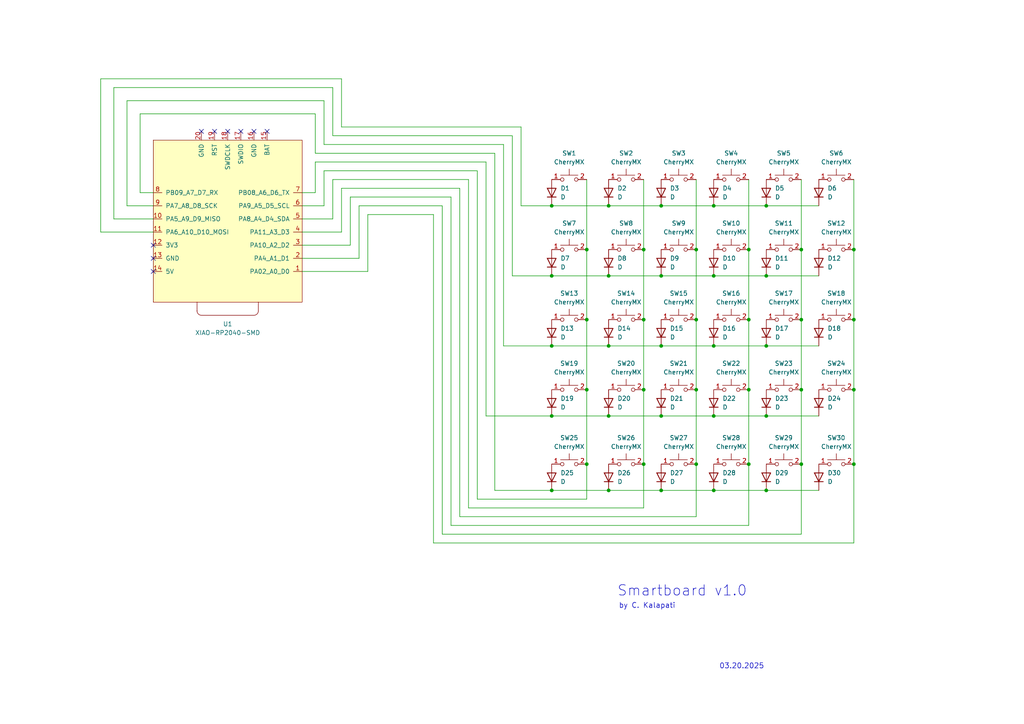
<source format=kicad_sch>
(kicad_sch (version 20231120) (generator "eeschema") (generator_version "8.0")
  (paper "A4")
  (lib_symbols
    (symbol "CherryMX:CherryMX" (pin_names (offset 0.254))
      (property "Reference" "SW" (at 2.54 3.175 0))
      (property "Value" "CherryMX" (at 0 -1.905 0))
      (symbol "CherryMX_1_1"
        (circle (center -2.032 0) (radius 0.508))
        (polyline (pts (xy 0 1.27) (xy 0 3.048)))
        (polyline (pts (xy 2.54 1.27) (xy -2.54 1.27)))
        (circle (center 2.032 0) (radius 0.508))
        (pin passive line (at -5.08 0 0) (length 2.54) (name "~") (number "1"))
        (pin passive line (at 5.08 0 180) (length 2.54) (name "~") (number "2"))
      )
    )
    (symbol "Device:D" (pin_numbers hide) (pin_names (offset 1.016) hide)
      (property "Reference" "D" (at 0 2.54 0))
      (property "Value" "D" (at 0 -2.54 0))
      (symbol "D_0_1"
        (polyline (pts (xy -1.27 1.27) (xy -1.27 -1.27)) (stroke (width 0.254)))
        (polyline (pts (xy 1.27 0) (xy -1.27 0)))
        (polyline (pts (xy 1.27 1.27) (xy 1.27 -1.27) (xy -1.27 0) (xy 1.27 1.27)) (stroke (width 0.254)))
      )
      (symbol "D_1_1"
        (pin passive line (at -3.81 0 0) (length 2.54) (name "K") (number "1"))
        (pin passive line (at 3.81 0 180) (length 2.54) (name "A") (number "2"))
      )
    )
    (symbol "Seeed Studio nRF52840:XIAO-RP2040-SMD" (pin_names (offset 1.016))
      (property "Reference" "U" (at -21.082 22.098 0))
      (property "Value" "XIAO-RP2040-SMD" (at -12.192 -35.306 0))
      (symbol "XIAO-RP2040-SMD_1_1"
        (rectangle (start -21.59 20.32) (end 21.59 -26.67) (fill (type background)))
        (arc (start -7.62 24.13) (mid -8.518 23.758) (end -8.89 22.86))
        (polyline (pts (xy -8.89 22.86) (xy -8.89 20.32)))
        (polyline (pts (xy -7.62 24.13) (xy 7.62 24.13)))
        (polyline (pts (xy 8.89 22.86) (xy 8.89 20.32)))
        (arc (start 7.62 24.13) (mid 7.62 24.13) (end 7.62 24.13))
        (arc (start 8.89 22.86) (mid 8.518 23.758) (end 7.62 24.13))
        (arc (start 8.89 22.86) (mid 8.89 22.86) (end 8.89 22.86))
        (pin passive line (at -21.59 11.43 0) (length 2.54) (name "PA02_A0_D0") (number "1"))
        (pin passive line (at 21.59 -3.81 180) (length 2.54) (name "PA5_A9_D9_MISO") (number "10"))
        (pin passive line (at 21.59 0 180) (length 2.54) (name "PA6_A10_D10_MOSI") (number "11"))
        (pin passive line (at 21.59 3.81 180) (length 2.54) (name "3V3") (number "12"))
        (pin passive line (at 21.59 7.62 180) (length 2.54) (name "GND") (number "13"))
        (pin passive line (at 21.59 11.43 180) (length 2.54) (name "5V") (number "14"))
        (pin passive line (at -11.43 -29.21 90) (length 2.54) (name "BAT") (number "15"))
        (pin passive line (at -7.62 -29.21 90) (length 2.54) (name "GND") (number "16"))
        (pin passive line (at -3.81 -29.21 90) (length 2.54) (name "SWDIO") (number "17"))
        (pin passive line (at 0 -29.21 90) (length 2.54) (name "SWDCLK") (number "18"))
        (pin passive line (at 3.81 -29.21 90) (length 2.54) (name "RST") (number "19"))
        (pin passive line (at -21.59 7.62 0) (length 2.54) (name "PA4_A1_D1") (number "2"))
        (pin passive line (at 7.62 -29.21 90) (length 2.54) (name "GND") (number "20"))
        (pin passive line (at -21.59 3.81 0) (length 2.54) (name "PA10_A2_D2") (number "3"))
        (pin passive line (at -21.59 0 0) (length 2.54) (name "PA11_A3_D3") (number "4"))
        (pin passive line (at -21.59 -3.81 0) (length 2.54) (name "PA8_A4_D4_SDA") (number "5"))
        (pin passive line (at -21.59 -7.62 0) (length 2.54) (name "PA9_A5_D5_SCL") (number "6"))
        (pin passive line (at -21.59 -11.43 0) (length 2.54) (name "PB08_A6_D6_TX") (number "7"))
        (pin passive line (at 21.59 -11.43 180) (length 2.54) (name "PB09_A7_D7_RX") (number "8"))
        (pin passive line (at 21.59 -7.62 180) (length 2.54) (name "PA7_A8_D8_SCK") (number "9"))
      )
    )
  )
  (junction (at 160.02 120.65))
  (junction (at 201.93 134.62))
  (junction (at 207.01 100.33))
  (junction (at 160.02 80.01))
  (junction (at 186.69 72.39))
  (junction (at 191.77 120.65))
  (junction (at 232.41 134.62))
  (junction (at 176.53 100.33))
  (junction (at 191.77 80.01))
  (junction (at 232.41 72.39))
  (junction (at 247.65 113.03))
  (junction (at 160.02 59.69))
  (junction (at 232.41 92.71))
  (junction (at 222.25 142.24))
  (junction (at 170.18 134.62))
  (junction (at 201.93 113.03))
  (junction (at 170.18 92.71))
  (junction (at 176.53 120.65))
  (junction (at 186.69 134.62))
  (junction (at 176.53 59.69))
  (junction (at 222.25 100.33))
  (junction (at 217.17 134.62))
  (junction (at 186.69 113.03))
  (junction (at 217.17 72.39))
  (junction (at 186.69 92.71))
  (junction (at 170.18 113.03))
  (junction (at 207.01 80.01))
  (junction (at 170.18 72.39))
  (junction (at 207.01 59.69))
  (junction (at 222.25 120.65))
  (junction (at 222.25 59.69))
  (junction (at 160.02 100.33))
  (junction (at 201.93 92.71))
  (junction (at 191.77 59.69))
  (junction (at 201.93 72.39))
  (junction (at 191.77 100.33))
  (junction (at 247.65 92.71))
  (junction (at 247.65 72.39))
  (junction (at 217.17 92.71))
  (junction (at 232.41 113.03))
  (junction (at 191.77 142.24))
  (junction (at 176.53 142.24))
  (junction (at 160.02 142.24))
  (junction (at 176.53 80.01))
  (junction (at 247.65 134.62))
  (junction (at 217.17 113.03))
  (junction (at 222.25 80.01))
  (junction (at 207.01 120.65))
  (junction (at 207.01 142.24))
  (no_connect (at 44.45 74.93))
  (no_connect (at 44.45 78.74))
  (no_connect (at 62.23 38.1))
  (no_connect (at 44.45 71.12))
  (no_connect (at 69.85 38.1))
  (no_connect (at 77.47 38.1))
  (no_connect (at 73.66 38.1))
  (no_connect (at 66.04 38.1))
  (no_connect (at 58.42 38.1))
  (wire (pts (xy 99.06 54.61) (xy 133.35 54.61)))
  (wire (pts (xy 170.18 134.62) (xy 170.18 144.78)))
  (wire (pts (xy 130.81 152.4) (xy 130.81 57.15)))
  (wire (pts (xy 217.17 72.39) (xy 217.17 92.71)))
  (wire (pts (xy 44.45 59.69) (xy 36.83 59.69)))
  (wire (pts (xy 36.83 29.21) (xy 93.98 29.21)))
  (wire (pts (xy 222.25 59.69) (xy 237.49 59.69)))
  (wire (pts (xy 87.63 67.31) (xy 99.06 67.31)))
  (wire (pts (xy 104.14 74.93) (xy 104.14 59.69)))
  (wire (pts (xy 91.44 46.99) (xy 140.97 46.99)))
  (wire (pts (xy 87.63 59.69) (xy 93.98 59.69)))
  (wire (pts (xy 247.65 72.39) (xy 247.65 92.71)))
  (wire (pts (xy 146.05 100.33) (xy 146.05 41.91)))
  (wire (pts (xy 191.77 59.69) (xy 207.01 59.69)))
  (wire (pts (xy 186.69 113.03) (xy 186.69 134.62)))
  (wire (pts (xy 96.52 52.07) (xy 135.89 52.07)))
  (wire (pts (xy 222.25 142.24) (xy 237.49 142.24)))
  (wire (pts (xy 29.21 22.86) (xy 99.06 22.86)))
  (wire (pts (xy 232.41 72.39) (xy 232.41 92.71)))
  (wire (pts (xy 151.13 59.69) (xy 160.02 59.69)))
  (wire (pts (xy 33.02 63.5) (xy 44.45 63.5)))
  (wire (pts (xy 133.35 149.86) (xy 201.93 149.86)))
  (wire (pts (xy 201.93 92.71) (xy 201.93 113.03)))
  (wire (pts (xy 91.44 46.99) (xy 91.44 55.88)))
  (wire (pts (xy 217.17 52.07) (xy 217.17 72.39)))
  (wire (pts (xy 232.41 154.94) (xy 232.41 134.62)))
  (wire (pts (xy 160.02 142.24) (xy 176.53 142.24)))
  (wire (pts (xy 217.17 92.71) (xy 217.17 113.03)))
  (wire (pts (xy 201.93 72.39) (xy 201.93 92.71)))
  (wire (pts (xy 160.02 100.33) (xy 176.53 100.33)))
  (wire (pts (xy 101.6 57.15) (xy 101.6 71.12)))
  (wire (pts (xy 128.27 59.69) (xy 128.27 154.94)))
  (wire (pts (xy 160.02 120.65) (xy 176.53 120.65)))
  (wire (pts (xy 217.17 113.03) (xy 217.17 134.62)))
  (wire (pts (xy 176.53 80.01) (xy 191.77 80.01)))
  (wire (pts (xy 160.02 120.65) (xy 140.97 120.65)))
  (wire (pts (xy 36.83 59.69) (xy 36.83 29.21)))
  (wire (pts (xy 125.73 157.48) (xy 125.73 62.23)))
  (wire (pts (xy 222.25 100.33) (xy 237.49 100.33)))
  (wire (pts (xy 247.65 113.03) (xy 247.65 134.62)))
  (wire (pts (xy 176.53 100.33) (xy 191.77 100.33)))
  (wire (pts (xy 133.35 54.61) (xy 133.35 149.86)))
  (wire (pts (xy 170.18 113.03) (xy 170.18 134.62)))
  (wire (pts (xy 186.69 134.62) (xy 186.69 147.32)))
  (wire (pts (xy 160.02 80.01) (xy 176.53 80.01)))
  (wire (pts (xy 201.93 52.07) (xy 201.93 72.39)))
  (wire (pts (xy 207.01 59.69) (xy 222.25 59.69)))
  (wire (pts (xy 93.98 59.69) (xy 93.98 49.53)))
  (wire (pts (xy 138.43 49.53) (xy 138.43 144.78)))
  (wire (pts (xy 91.44 44.45) (xy 91.44 33.02)))
  (wire (pts (xy 143.51 142.24) (xy 160.02 142.24)))
  (wire (pts (xy 148.59 39.37) (xy 148.59 80.01)))
  (wire (pts (xy 40.64 33.02) (xy 40.64 55.88)))
  (wire (pts (xy 96.52 39.37) (xy 148.59 39.37)))
  (wire (pts (xy 222.25 120.65) (xy 237.49 120.65)))
  (wire (pts (xy 176.53 142.24) (xy 191.77 142.24)))
  (wire (pts (xy 106.68 62.23) (xy 106.68 78.74)))
  (wire (pts (xy 140.97 120.65) (xy 140.97 46.99)))
  (wire (pts (xy 191.77 80.01) (xy 207.01 80.01)))
  (wire (pts (xy 99.06 67.31) (xy 99.06 54.61)))
  (wire (pts (xy 101.6 71.12) (xy 87.63 71.12)))
  (wire (pts (xy 186.69 92.71) (xy 186.69 113.03)))
  (wire (pts (xy 186.69 72.39) (xy 186.69 92.71)))
  (wire (pts (xy 201.93 113.03) (xy 201.93 134.62)))
  (wire (pts (xy 247.65 157.48) (xy 125.73 157.48)))
  (wire (pts (xy 247.65 52.07) (xy 247.65 72.39)))
  (wire (pts (xy 143.51 44.45) (xy 143.51 142.24)))
  (wire (pts (xy 186.69 52.07) (xy 186.69 72.39)))
  (wire (pts (xy 170.18 72.39) (xy 170.18 92.71)))
  (wire (pts (xy 160.02 59.69) (xy 176.53 59.69)))
  (wire (pts (xy 186.69 147.32) (xy 135.89 147.32)))
  (wire (pts (xy 170.18 52.07) (xy 170.18 72.39)))
  (wire (pts (xy 106.68 78.74) (xy 87.63 78.74)))
  (wire (pts (xy 138.43 144.78) (xy 170.18 144.78)))
  (wire (pts (xy 217.17 134.62) (xy 217.17 152.4)))
  (wire (pts (xy 93.98 41.91) (xy 146.05 41.91)))
  (wire (pts (xy 217.17 152.4) (xy 130.81 152.4)))
  (wire (pts (xy 106.68 62.23) (xy 125.73 62.23)))
  (wire (pts (xy 44.45 67.31) (xy 29.21 67.31)))
  (wire (pts (xy 191.77 100.33) (xy 207.01 100.33)))
  (wire (pts (xy 93.98 29.21) (xy 93.98 41.91)))
  (wire (pts (xy 146.05 100.33) (xy 160.02 100.33)))
  (wire (pts (xy 148.59 80.01) (xy 160.02 80.01)))
  (wire (pts (xy 201.93 134.62) (xy 201.93 149.86)))
  (wire (pts (xy 207.01 80.01) (xy 222.25 80.01)))
  (wire (pts (xy 191.77 120.65) (xy 207.01 120.65)))
  (wire (pts (xy 135.89 147.32) (xy 135.89 52.07)))
  (wire (pts (xy 96.52 52.07) (xy 96.52 63.5)))
  (wire (pts (xy 191.77 142.24) (xy 207.01 142.24)))
  (wire (pts (xy 96.52 39.37) (xy 96.52 25.4)))
  (wire (pts (xy 207.01 100.33) (xy 222.25 100.33)))
  (wire (pts (xy 104.14 59.69) (xy 128.27 59.69)))
  (wire (pts (xy 176.53 59.69) (xy 191.77 59.69)))
  (wire (pts (xy 151.13 59.69) (xy 151.13 36.83)))
  (wire (pts (xy 247.65 134.62) (xy 247.65 157.48)))
  (wire (pts (xy 247.65 92.71) (xy 247.65 113.03)))
  (wire (pts (xy 33.02 25.4) (xy 33.02 63.5)))
  (wire (pts (xy 99.06 36.83) (xy 151.13 36.83)))
  (wire (pts (xy 232.41 92.71) (xy 232.41 113.03)))
  (wire (pts (xy 40.64 55.88) (xy 44.45 55.88)))
  (wire (pts (xy 87.63 74.93) (xy 104.14 74.93)))
  (wire (pts (xy 232.41 113.03) (xy 232.41 134.62)))
  (wire (pts (xy 176.53 120.65) (xy 191.77 120.65)))
  (wire (pts (xy 91.44 33.02) (xy 40.64 33.02)))
  (wire (pts (xy 170.18 92.71) (xy 170.18 113.03)))
  (wire (pts (xy 93.98 49.53) (xy 138.43 49.53)))
  (wire (pts (xy 29.21 67.31) (xy 29.21 22.86)))
  (wire (pts (xy 96.52 63.5) (xy 87.63 63.5)))
  (wire (pts (xy 96.52 25.4) (xy 33.02 25.4)))
  (wire (pts (xy 207.01 142.24) (xy 222.25 142.24)))
  (wire (pts (xy 91.44 55.88) (xy 87.63 55.88)))
  (wire (pts (xy 128.27 154.94) (xy 232.41 154.94)))
  (wire (pts (xy 207.01 120.65) (xy 222.25 120.65)))
  (wire (pts (xy 222.25 80.01) (xy 237.49 80.01)))
  (wire (pts (xy 232.41 52.07) (xy 232.41 72.39)))
  (wire (pts (xy 101.6 57.15) (xy 130.81 57.15)))
  (wire (pts (xy 99.06 22.86) (xy 99.06 36.83)))
  (wire (pts (xy 91.44 44.45) (xy 143.51 44.45)))
  (text "03.20.2025\n" (at 215.138 193.294 0) (effects (font (size 1.5 1.5))))
  (text "Smartboard v1.0" (at 197.866 171.45 0) (effects (font (size 3 3))))
  (text "by C. Kalapati" (at 187.706 175.768 0) (effects (font (size 1.5 1.5))))
  (symbol (lib_id "Device:D") (at 237.49 55.88 90) (unit 1)
    (property "Reference" "D6" (at 240.03 54.6099 90) (effects (justify right)))
    (property "Value" "D" (at 240.03 57.1499 90) (effects (justify right)))
    (property "Footprint" "Diode_SMD:D_0805_2012Metric" (effects (hide yes)))
    (property "Description" "Diode" (effects (hide yes)))
    (property "Sim.Device" "D" (effects (hide yes)))
    (property "Sim.Pins" "1=K 2=A" (effects (hide yes)))
  )
  (symbol (lib_id "CherryMX:CherryMX") (at 196.85 113.03 0) (unit 1)
    (property "Reference" "SW21" (at 196.85 105.41 0))
    (property "Value" "CherryMX" (at 196.85 107.95 0))
    (property "Footprint" "CherryMX:CherryMX_1.00u" (effects (hide yes)))
  )
  (symbol (lib_id "Device:D") (at 191.77 76.2 90) (unit 1)
    (property "Reference" "D9" (at 194.31 74.9299 90) (effects (justify right)))
    (property "Value" "D" (at 194.31 77.4699 90) (effects (justify right)))
    (property "Footprint" "Diode_SMD:D_0805_2012Metric" (effects (hide yes)))
    (property "Description" "Diode" (effects (hide yes)))
    (property "Sim.Device" "D" (effects (hide yes)))
    (property "Sim.Pins" "1=K 2=A" (effects (hide yes)))
  )
  (symbol (lib_id "CherryMX:CherryMX") (at 242.57 113.03 0) (unit 1)
    (property "Reference" "SW24" (at 242.57 105.41 0))
    (property "Value" "CherryMX" (at 242.57 107.95 0))
    (property "Footprint" "CherryMX:CherryMX_1.00u" (effects (hide yes)))
  )
  (symbol (lib_id "CherryMX:CherryMX") (at 165.1 92.71 0) (unit 1)
    (property "Reference" "SW13" (at 165.1 85.09 0))
    (property "Value" "CherryMX" (at 165.1 87.63 0))
    (property "Footprint" "CherryMX:CherryMX_1.00u" (effects (hide yes)))
  )
  (symbol (lib_id "Device:D") (at 222.25 76.2 90) (unit 1)
    (property "Reference" "D11" (at 224.79 74.9299 90) (effects (justify right)))
    (property "Value" "D" (at 224.79 77.4699 90) (effects (justify right)))
    (property "Footprint" "Diode_SMD:D_0805_2012Metric" (effects (hide yes)))
    (property "Description" "Diode" (effects (hide yes)))
    (property "Sim.Device" "D" (effects (hide yes)))
    (property "Sim.Pins" "1=K 2=A" (effects (hide yes)))
  )
  (symbol (lib_id "Device:D") (at 237.49 96.52 90) (unit 1)
    (property "Reference" "D18" (at 240.03 95.2499 90) (effects (justify right)))
    (property "Value" "D" (at 240.03 97.7899 90) (effects (justify right)))
    (property "Footprint" "Diode_SMD:D_0805_2012Metric" (effects (hide yes)))
    (property "Description" "Diode" (effects (hide yes)))
    (property "Sim.Device" "D" (effects (hide yes)))
    (property "Sim.Pins" "1=K 2=A" (effects (hide yes)))
  )
  (symbol (lib_id "CherryMX:CherryMX") (at 165.1 52.07 0) (unit 1)
    (property "Reference" "SW1" (at 165.1 44.45 0))
    (property "Value" "CherryMX" (at 165.1 46.99 0))
    (property "Footprint" "CherryMX:CherryMX_1.00u" (effects (hide yes)))
  )
  (symbol (lib_id "Device:D") (at 176.53 96.52 90) (unit 1)
    (property "Reference" "D14" (at 179.07 95.2499 90) (effects (justify right)))
    (property "Value" "D" (at 179.07 97.7899 90) (effects (justify right)))
    (property "Footprint" "Diode_SMD:D_0805_2012Metric" (effects (hide yes)))
    (property "Description" "Diode" (effects (hide yes)))
    (property "Sim.Device" "D" (effects (hide yes)))
    (property "Sim.Pins" "1=K 2=A" (effects (hide yes)))
  )
  (symbol (lib_id "Device:D") (at 191.77 96.52 90) (unit 1)
    (property "Reference" "D15" (at 194.31 95.2499 90) (effects (justify right)))
    (property "Value" "D" (at 194.31 97.7899 90) (effects (justify right)))
    (property "Footprint" "Diode_SMD:D_0805_2012Metric" (effects (hide yes)))
    (property "Description" "Diode" (effects (hide yes)))
    (property "Sim.Device" "D" (effects (hide yes)))
    (property "Sim.Pins" "1=K 2=A" (effects (hide yes)))
  )
  (symbol (lib_id "Seeed Studio nRF52840:XIAO-RP2040-SMD") (at 66.04 67.31 180) (unit 1)
    (property "Reference" "U1" (at 66.04 93.98 0))
    (property "Value" "XIAO-RP2040-SMD" (at 66.04 96.52 0))
    (property "Footprint" "Seeed Studio:XIAO-nRF52840-SMD" (effects (hide yes)))
  )
  (symbol (lib_id "CherryMX:CherryMX") (at 212.09 134.62 0) (unit 1)
    (property "Reference" "SW28" (at 212.09 127 0))
    (property "Value" "CherryMX" (at 212.09 129.54 0))
    (property "Footprint" "CherryMX:CherryMX_1.00u" (effects (hide yes)))
  )
  (symbol (lib_id "CherryMX:CherryMX") (at 181.61 113.03 0) (unit 1)
    (property "Reference" "SW20" (at 181.61 105.41 0))
    (property "Value" "CherryMX" (at 181.61 107.95 0))
    (property "Footprint" "CherryMX:CherryMX_1.00u" (effects (hide yes)))
  )
  (symbol (lib_id "CherryMX:CherryMX") (at 181.61 92.71 0) (unit 1)
    (property "Reference" "SW14" (at 181.61 85.09 0))
    (property "Value" "CherryMX" (at 181.61 87.63 0))
    (property "Footprint" "CherryMX:CherryMX_1.00u" (effects (hide yes)))
  )
  (symbol (lib_id "CherryMX:CherryMX") (at 196.85 92.71 0) (unit 1)
    (property "Reference" "SW15" (at 196.85 85.09 0))
    (property "Value" "CherryMX" (at 196.85 87.63 0))
    (property "Footprint" "CherryMX:CherryMX_1.00u" (effects (hide yes)))
  )
  (symbol (lib_id "CherryMX:CherryMX") (at 212.09 72.39 0) (unit 1)
    (property "Reference" "SW10" (at 212.09 64.77 0))
    (property "Value" "CherryMX" (at 212.09 67.31 0))
    (property "Footprint" "CherryMX:CherryMX_1.00u" (effects (hide yes)))
  )
  (symbol (lib_id "CherryMX:CherryMX") (at 227.33 52.07 0) (unit 1)
    (property "Reference" "SW5" (at 227.33 44.45 0))
    (property "Value" "CherryMX" (at 227.33 46.99 0))
    (property "Footprint" "CherryMX:CherryMX_1.00u" (effects (hide yes)))
  )
  (symbol (lib_id "CherryMX:CherryMX") (at 165.1 72.39 0) (unit 1)
    (property "Reference" "SW7" (at 165.1 64.77 0))
    (property "Value" "CherryMX" (at 165.1 67.31 0))
    (property "Footprint" "CherryMX:CherryMX_1.00u" (effects (hide yes)))
  )
  (symbol (lib_id "CherryMX:CherryMX") (at 227.33 92.71 0) (unit 1)
    (property "Reference" "SW17" (at 227.33 85.09 0))
    (property "Value" "CherryMX" (at 227.33 87.63 0))
    (property "Footprint" "CherryMX:CherryMX_1.00u" (effects (hide yes)))
  )
  (symbol (lib_id "CherryMX:CherryMX") (at 242.57 72.39 0) (unit 1)
    (property "Reference" "SW12" (at 242.57 64.77 0))
    (property "Value" "CherryMX" (at 242.57 67.31 0))
    (property "Footprint" "CherryMX:CherryMX_1.00u" (effects (hide yes)))
  )
  (symbol (lib_id "Device:D") (at 176.53 55.88 90) (unit 1)
    (property "Reference" "D2" (at 179.07 54.6099 90) (effects (justify right)))
    (property "Value" "D" (at 179.07 57.1499 90) (effects (justify right)))
    (property "Footprint" "Diode_SMD:D_0805_2012Metric" (effects (hide yes)))
    (property "Description" "Diode" (effects (hide yes)))
    (property "Sim.Device" "D" (effects (hide yes)))
    (property "Sim.Pins" "1=K 2=A" (effects (hide yes)))
  )
  (symbol (lib_id "CherryMX:CherryMX") (at 242.57 52.07 0) (unit 1)
    (property "Reference" "SW6" (at 242.57 44.45 0))
    (property "Value" "CherryMX" (at 242.57 46.99 0))
    (property "Footprint" "CherryMX:CherryMX_1.00u" (effects (hide yes)))
  )
  (symbol (lib_id "Device:D") (at 237.49 138.43 90) (unit 1)
    (property "Reference" "D30" (at 240.03 137.1599 90) (effects (justify right)))
    (property "Value" "D" (at 240.03 139.6999 90) (effects (justify right)))
    (property "Footprint" "Diode_SMD:D_0805_2012Metric" (effects (hide yes)))
    (property "Description" "Diode" (effects (hide yes)))
    (property "Sim.Device" "D" (effects (hide yes)))
    (property "Sim.Pins" "1=K 2=A" (effects (hide yes)))
  )
  (symbol (lib_id "Device:D") (at 222.25 55.88 90) (unit 1)
    (property "Reference" "D5" (at 224.79 54.6099 90) (effects (justify right)))
    (property "Value" "D" (at 224.79 57.1499 90) (effects (justify right)))
    (property "Footprint" "Diode_SMD:D_0805_2012Metric" (effects (hide yes)))
    (property "Description" "Diode" (effects (hide yes)))
    (property "Sim.Device" "D" (effects (hide yes)))
    (property "Sim.Pins" "1=K 2=A" (effects (hide yes)))
  )
  (symbol (lib_id "CherryMX:CherryMX") (at 181.61 134.62 0) (unit 1)
    (property "Reference" "SW26" (at 181.61 127 0))
    (property "Value" "CherryMX" (at 181.61 129.54 0))
    (property "Footprint" "CherryMX:CherryMX_1.00u" (effects (hide yes)))
  )
  (symbol (lib_id "Device:D") (at 207.01 116.84 90) (unit 1)
    (property "Reference" "D22" (at 209.55 115.5699 90) (effects (justify right)))
    (property "Value" "D" (at 209.55 118.1099 90) (effects (justify right)))
    (property "Footprint" "Diode_SMD:D_0805_2012Metric" (effects (hide yes)))
    (property "Description" "Diode" (effects (hide yes)))
    (property "Sim.Device" "D" (effects (hide yes)))
    (property "Sim.Pins" "1=K 2=A" (effects (hide yes)))
  )
  (symbol (lib_id "Device:D") (at 191.77 138.43 90) (unit 1)
    (property "Reference" "D27" (at 194.31 137.1599 90) (effects (justify right)))
    (property "Value" "D" (at 194.31 139.6999 90) (effects (justify right)))
    (property "Footprint" "Diode_SMD:D_0805_2012Metric" (effects (hide yes)))
    (property "Description" "Diode" (effects (hide yes)))
    (property "Sim.Device" "D" (effects (hide yes)))
    (property "Sim.Pins" "1=K 2=A" (effects (hide yes)))
  )
  (symbol (lib_id "Device:D") (at 176.53 138.43 90) (unit 1)
    (property "Reference" "D26" (at 179.07 137.1599 90) (effects (justify right)))
    (property "Value" "D" (at 179.07 139.6999 90) (effects (justify right)))
    (property "Footprint" "Diode_SMD:D_0805_2012Metric" (effects (hide yes)))
    (property "Description" "Diode" (effects (hide yes)))
    (property "Sim.Device" "D" (effects (hide yes)))
    (property "Sim.Pins" "1=K 2=A" (effects (hide yes)))
  )
  (symbol (lib_id "Device:D") (at 237.49 76.2 90) (unit 1)
    (property "Reference" "D12" (at 240.03 74.9299 90) (effects (justify right)))
    (property "Value" "D" (at 240.03 77.4699 90) (effects (justify right)))
    (property "Footprint" "Diode_SMD:D_0805_2012Metric" (effects (hide yes)))
    (property "Description" "Diode" (effects (hide yes)))
    (property "Sim.Device" "D" (effects (hide yes)))
    (property "Sim.Pins" "1=K 2=A" (effects (hide yes)))
  )
  (symbol (lib_id "CherryMX:CherryMX") (at 196.85 52.07 0) (unit 1)
    (property "Reference" "SW3" (at 196.85 44.45 0))
    (property "Value" "CherryMX" (at 196.85 46.99 0))
    (property "Footprint" "CherryMX:CherryMX_1.00u" (effects (hide yes)))
  )
  (symbol (lib_id "CherryMX:CherryMX") (at 212.09 92.71 0) (unit 1)
    (property "Reference" "SW16" (at 212.09 85.09 0))
    (property "Value" "CherryMX" (at 212.09 87.63 0))
    (property "Footprint" "CherryMX:CherryMX_1.00u" (effects (hide yes)))
  )
  (symbol (lib_id "CherryMX:CherryMX") (at 227.33 72.39 0) (unit 1)
    (property "Reference" "SW11" (at 227.33 64.77 0))
    (property "Value" "CherryMX" (at 227.33 67.31 0))
    (property "Footprint" "CherryMX:CherryMX_1.00u" (effects (hide yes)))
  )
  (symbol (lib_id "CherryMX:CherryMX") (at 242.57 134.62 0) (unit 1)
    (property "Reference" "SW30" (at 242.57 127 0))
    (property "Value" "CherryMX" (at 242.57 129.54 0))
    (property "Footprint" "CherryMX:CherryMX_1.00u" (effects (hide yes)))
  )
  (symbol (lib_id "Device:D") (at 160.02 138.43 90) (unit 1)
    (property "Reference" "D25" (at 162.56 137.1599 90) (effects (justify right)))
    (property "Value" "D" (at 162.56 139.6999 90) (effects (justify right)))
    (property "Footprint" "Diode_SMD:D_0805_2012Metric" (effects (hide yes)))
    (property "Description" "Diode" (effects (hide yes)))
    (property "Sim.Device" "D" (effects (hide yes)))
    (property "Sim.Pins" "1=K 2=A" (effects (hide yes)))
  )
  (symbol (lib_id "Device:D") (at 222.25 96.52 90) (unit 1)
    (property "Reference" "D17" (at 224.79 95.2499 90) (effects (justify right)))
    (property "Value" "D" (at 224.79 97.7899 90) (effects (justify right)))
    (property "Footprint" "Diode_SMD:D_0805_2012Metric" (effects (hide yes)))
    (property "Description" "Diode" (effects (hide yes)))
    (property "Sim.Device" "D" (effects (hide yes)))
    (property "Sim.Pins" "1=K 2=A" (effects (hide yes)))
  )
  (symbol (lib_id "Device:D") (at 160.02 116.84 90) (unit 1)
    (property "Reference" "D19" (at 162.56 115.5699 90) (effects (justify right)))
    (property "Value" "D" (at 162.56 118.1099 90) (effects (justify right)))
    (property "Footprint" "Diode_SMD:D_0805_2012Metric" (effects (hide yes)))
    (property "Description" "Diode" (effects (hide yes)))
    (property "Sim.Device" "D" (effects (hide yes)))
    (property "Sim.Pins" "1=K 2=A" (effects (hide yes)))
  )
  (symbol (lib_id "Device:D") (at 160.02 96.52 90) (unit 1)
    (property "Reference" "D13" (at 162.56 95.2499 90) (effects (justify right)))
    (property "Value" "D" (at 162.56 97.7899 90) (effects (justify right)))
    (property "Footprint" "Diode_SMD:D_0805_2012Metric" (effects (hide yes)))
    (property "Description" "Diode" (effects (hide yes)))
    (property "Sim.Device" "D" (effects (hide yes)))
    (property "Sim.Pins" "1=K 2=A" (effects (hide yes)))
  )
  (symbol (lib_id "CherryMX:CherryMX") (at 165.1 113.03 0) (unit 1)
    (property "Reference" "SW19" (at 165.1 105.41 0))
    (property "Value" "CherryMX" (at 165.1 107.95 0))
    (property "Footprint" "CherryMX:CherryMX_1.00u" (effects (hide yes)))
  )
  (symbol (lib_id "Device:D") (at 160.02 55.88 90) (unit 1)
    (property "Reference" "D1" (at 162.56 54.6099 90) (effects (justify right)))
    (property "Value" "D" (at 162.56 57.1499 90) (effects (justify right)))
    (property "Footprint" "Diode_SMD:D_0805_2012Metric" (effects (hide yes)))
    (property "Description" "Diode" (effects (hide yes)))
    (property "Sim.Device" "D" (effects (hide yes)))
    (property "Sim.Pins" "1=K 2=A" (effects (hide yes)))
  )
  (symbol (lib_id "Device:D") (at 191.77 55.88 90) (unit 1)
    (property "Reference" "D3" (at 194.31 54.6099 90) (effects (justify right)))
    (property "Value" "D" (at 194.31 57.1499 90) (effects (justify right)))
    (property "Footprint" "Diode_SMD:D_0805_2012Metric" (effects (hide yes)))
    (property "Description" "Diode" (effects (hide yes)))
    (property "Sim.Device" "D" (effects (hide yes)))
    (property "Sim.Pins" "1=K 2=A" (effects (hide yes)))
  )
  (symbol (lib_id "CherryMX:CherryMX") (at 165.1 134.62 0) (unit 1)
    (property "Reference" "SW25" (at 165.1 127 0))
    (property "Value" "CherryMX" (at 165.1 129.54 0))
    (property "Footprint" "CherryMX:CherryMX_1.00u" (effects (hide yes)))
  )
  (symbol (lib_id "Device:D") (at 176.53 116.84 90) (unit 1)
    (property "Reference" "D20" (at 179.07 115.5699 90) (effects (justify right)))
    (property "Value" "D" (at 179.07 118.1099 90) (effects (justify right)))
    (property "Footprint" "Diode_SMD:D_0805_2012Metric" (effects (hide yes)))
    (property "Description" "Diode" (effects (hide yes)))
    (property "Sim.Device" "D" (effects (hide yes)))
    (property "Sim.Pins" "1=K 2=A" (effects (hide yes)))
  )
  (symbol (lib_id "CherryMX:CherryMX") (at 212.09 52.07 0) (unit 1)
    (property "Reference" "SW4" (at 212.09 44.45 0))
    (property "Value" "CherryMX" (at 212.09 46.99 0))
    (property "Footprint" "CherryMX:CherryMX_1.00u" (effects (hide yes)))
  )
  (symbol (lib_id "Device:D") (at 207.01 138.43 90) (unit 1)
    (property "Reference" "D28" (at 209.55 137.1599 90) (effects (justify right)))
    (property "Value" "D" (at 209.55 139.6999 90) (effects (justify right)))
    (property "Footprint" "Diode_SMD:D_0805_2012Metric" (effects (hide yes)))
    (property "Description" "Diode" (effects (hide yes)))
    (property "Sim.Device" "D" (effects (hide yes)))
    (property "Sim.Pins" "1=K 2=A" (effects (hide yes)))
  )
  (symbol (lib_id "CherryMX:CherryMX") (at 242.57 92.71 0) (unit 1)
    (property "Reference" "SW18" (at 242.57 85.09 0))
    (property "Value" "CherryMX" (at 242.57 87.63 0))
    (property "Footprint" "CherryMX:CherryMX_1.00u" (effects (hide yes)))
  )
  (symbol (lib_id "Device:D") (at 237.49 116.84 90) (unit 1)
    (property "Reference" "D24" (at 240.03 115.5699 90) (effects (justify right)))
    (property "Value" "D" (at 240.03 118.1099 90) (effects (justify right)))
    (property "Footprint" "Diode_SMD:D_0805_2012Metric" (effects (hide yes)))
    (property "Description" "Diode" (effects (hide yes)))
    (property "Sim.Device" "D" (effects (hide yes)))
    (property "Sim.Pins" "1=K 2=A" (effects (hide yes)))
  )
  (symbol (lib_id "Device:D") (at 207.01 96.52 90) (unit 1)
    (property "Reference" "D16" (at 209.55 95.2499 90) (effects (justify right)))
    (property "Value" "D" (at 209.55 97.7899 90) (effects (justify right)))
    (property "Footprint" "Diode_SMD:D_0805_2012Metric" (effects (hide yes)))
    (property "Description" "Diode" (effects (hide yes)))
    (property "Sim.Device" "D" (effects (hide yes)))
    (property "Sim.Pins" "1=K 2=A" (effects (hide yes)))
  )
  (symbol (lib_id "CherryMX:CherryMX") (at 181.61 72.39 0) (unit 1)
    (property "Reference" "SW8" (at 181.61 64.77 0))
    (property "Value" "CherryMX" (at 181.61 67.31 0))
    (property "Footprint" "CherryMX:CherryMX_1.00u" (effects (hide yes)))
  )
  (symbol (lib_id "Device:D") (at 160.02 76.2 90) (unit 1)
    (property "Reference" "D7" (at 162.56 74.9299 90) (effects (justify right)))
    (property "Value" "D" (at 162.56 77.4699 90) (effects (justify right)))
    (property "Footprint" "Diode_SMD:D_0805_2012Metric" (effects (hide yes)))
    (property "Description" "Diode" (effects (hide yes)))
    (property "Sim.Device" "D" (effects (hide yes)))
    (property "Sim.Pins" "1=K 2=A" (effects (hide yes)))
  )
  (symbol (lib_id "Device:D") (at 207.01 55.88 90) (unit 1)
    (property "Reference" "D4" (at 209.55 54.6099 90) (effects (justify right)))
    (property "Value" "D" (at 209.55 57.1499 90) (effects (justify right)))
    (property "Footprint" "Diode_SMD:D_0805_2012Metric" (effects (hide yes)))
    (property "Description" "Diode" (effects (hide yes)))
    (property "Sim.Device" "D" (effects (hide yes)))
    (property "Sim.Pins" "1=K 2=A" (effects (hide yes)))
  )
  (symbol (lib_id "Device:D") (at 222.25 138.43 90) (unit 1)
    (property "Reference" "D29" (at 224.79 137.1599 90) (effects (justify right)))
    (property "Value" "D" (at 224.79 139.6999 90) (effects (justify right)))
    (property "Footprint" "Diode_SMD:D_0805_2012Metric" (effects (hide yes)))
    (property "Description" "Diode" (effects (hide yes)))
    (property "Sim.Device" "D" (effects (hide yes)))
    (property "Sim.Pins" "1=K 2=A" (effects (hide yes)))
  )
  (symbol (lib_id "Device:D") (at 207.01 76.2 90) (unit 1)
    (property "Reference" "D10" (at 209.55 74.9299 90) (effects (justify right)))
    (property "Value" "D" (at 209.55 77.4699 90) (effects (justify right)))
    (property "Footprint" "Diode_SMD:D_0805_2012Metric" (effects (hide yes)))
    (property "Description" "Diode" (effects (hide yes)))
    (property "Sim.Device" "D" (effects (hide yes)))
    (property "Sim.Pins" "1=K 2=A" (effects (hide yes)))
  )
  (symbol (lib_id "CherryMX:CherryMX") (at 181.61 52.07 0) (unit 1)
    (property "Reference" "SW2" (at 181.61 44.45 0))
    (property "Value" "CherryMX" (at 181.61 46.99 0))
    (property "Footprint" "CherryMX:CherryMX_1.00u" (effects (hide yes)))
  )
  (symbol (lib_id "CherryMX:CherryMX") (at 196.85 72.39 0) (unit 1)
    (property "Reference" "SW9" (at 196.85 64.77 0))
    (property "Value" "CherryMX" (at 196.85 67.31 0))
    (property "Footprint" "CherryMX:CherryMX_1.00u" (effects (hide yes)))
  )
  (symbol (lib_id "Device:D") (at 176.53 76.2 90) (unit 1)
    (property "Reference" "D8" (at 179.07 74.9299 90) (effects (justify right)))
    (property "Value" "D" (at 179.07 77.4699 90) (effects (justify right)))
    (property "Footprint" "Diode_SMD:D_0805_2012Metric" (effects (hide yes)))
    (property "Description" "Diode" (effects (hide yes)))
    (property "Sim.Device" "D" (effects (hide yes)))
    (property "Sim.Pins" "1=K 2=A" (effects (hide yes)))
  )
  (symbol (lib_id "CherryMX:CherryMX") (at 227.33 134.62 0) (unit 1)
    (property "Reference" "SW29" (at 227.33 127 0))
    (property "Value" "CherryMX" (at 227.33 129.54 0))
    (property "Footprint" "CherryMX:CherryMX_1.00u" (effects (hide yes)))
  )
  (symbol (lib_id "CherryMX:CherryMX") (at 212.09 113.03 0) (unit 1)
    (property "Reference" "SW22" (at 212.09 105.41 0))
    (property "Value" "CherryMX" (at 212.09 107.95 0))
    (property "Footprint" "CherryMX:CherryMX_1.00u" (effects (hide yes)))
  )
  (symbol (lib_id "Device:D") (at 222.25 116.84 90) (unit 1)
    (property "Reference" "D23" (at 224.79 115.5699 90) (effects (justify right)))
    (property "Value" "D" (at 224.79 118.1099 90) (effects (justify right)))
    (property "Footprint" "Diode_SMD:D_0805_2012Metric" (effects (hide yes)))
    (property "Description" "Diode" (effects (hide yes)))
    (property "Sim.Device" "D" (effects (hide yes)))
    (property "Sim.Pins" "1=K 2=A" (effects (hide yes)))
  )
  (symbol (lib_id "Device:D") (at 191.77 116.84 90) (unit 1)
    (property "Reference" "D21" (at 194.31 115.5699 90) (effects (justify right)))
    (property "Value" "D" (at 194.31 118.1099 90) (effects (justify right)))
    (property "Footprint" "Diode_SMD:D_0805_2012Metric" (effects (hide yes)))
    (property "Description" "Diode" (effects (hide yes)))
    (property "Sim.Device" "D" (effects (hide yes)))
    (property "Sim.Pins" "1=K 2=A" (effects (hide yes)))
  )
  (symbol (lib_id "CherryMX:CherryMX") (at 227.33 113.03 0) (unit 1)
    (property "Reference" "SW23" (at 227.33 105.41 0))
    (property "Value" "CherryMX" (at 227.33 107.95 0))
    (property "Footprint" "CherryMX:CherryMX_1.00u" (effects (hide yes)))
  )
  (symbol (lib_id "CherryMX:CherryMX") (at 196.85 134.62 0) (unit 1)
    (property "Reference" "SW27" (at 196.85 127 0))
    (property "Value" "CherryMX" (at 196.85 129.54 0))
    (property "Footprint" "CherryMX:CherryMX_1.00u" (effects (hide yes)))
  )
)
</source>
